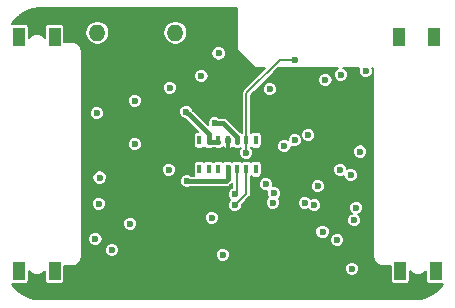
<source format=gbr>
G04 #@! TF.GenerationSoftware,KiCad,Pcbnew,(5.0.1-3-g963ef8bb5)*
G04 #@! TF.CreationDate,2019-05-06T12:15:07-04:00*
G04 #@! TF.ProjectId,OHAK_131,4F48414B5F3133312E6B696361645F70,rev?*
G04 #@! TF.SameCoordinates,Original*
G04 #@! TF.FileFunction,Copper,L4,Bot,Signal*
G04 #@! TF.FilePolarity,Positive*
%FSLAX46Y46*%
G04 Gerber Fmt 4.6, Leading zero omitted, Abs format (unit mm)*
G04 Created by KiCad (PCBNEW (5.0.1-3-g963ef8bb5)) date Monday, May 06, 2019 at 12:15:07 PM*
%MOMM*%
%LPD*%
G01*
G04 APERTURE LIST*
G04 #@! TA.AperFunction,SMDPad,CuDef*
%ADD10R,0.350000X0.800000*%
G04 #@! TD*
G04 #@! TA.AperFunction,SMDPad,CuDef*
%ADD11R,1.000000X1.600000*%
G04 #@! TD*
G04 #@! TA.AperFunction,ComponentPad*
%ADD12O,1.400000X1.400000*%
G04 #@! TD*
G04 #@! TA.AperFunction,ViaPad*
%ADD13C,0.600000*%
G04 #@! TD*
G04 #@! TA.AperFunction,Conductor*
%ADD14C,0.381000*%
G04 #@! TD*
G04 #@! TA.AperFunction,Conductor*
%ADD15C,0.200000*%
G04 #@! TD*
G04 APERTURE END LIST*
D10*
G04 #@! TO.P,U2,14*
G04 #@! TO.N,Net-(U2-Pad14)*
X142803880Y-97036860D03*
G04 #@! TO.P,U2,13*
G04 #@! TO.N,/MAX_INT*
X142003880Y-97036860D03*
G04 #@! TO.P,U2,12*
G04 #@! TO.N,GND*
X141203880Y-97036860D03*
G04 #@! TO.P,U2,11*
G04 #@! TO.N,+1V8*
X140403880Y-97036860D03*
G04 #@! TO.P,U2,10*
G04 #@! TO.N,VPP*
X139603880Y-97036860D03*
G04 #@! TO.P,U2,9*
X138803880Y-97036860D03*
G04 #@! TO.P,U2,8*
G04 #@! TO.N,Net-(U2-Pad8)*
X138003880Y-97036860D03*
G04 #@! TO.P,U2,7*
G04 #@! TO.N,Net-(U2-Pad7)*
X138003880Y-99486860D03*
G04 #@! TO.P,U2,6*
G04 #@! TO.N,Net-(U2-Pad6)*
X138803880Y-99486860D03*
G04 #@! TO.P,U2,5*
G04 #@! TO.N,Net-(U2-Pad5)*
X139603880Y-99486860D03*
G04 #@! TO.P,U2,4*
G04 #@! TO.N,GND*
X140403880Y-99486860D03*
G04 #@! TO.P,U2,3*
G04 #@! TO.N,/1V8_SDA*
X141203880Y-99486860D03*
G04 #@! TO.P,U2,2*
G04 #@! TO.N,/1V8_SCL*
X142003880Y-99486860D03*
G04 #@! TO.P,U2,1*
G04 #@! TO.N,Net-(U2-Pad1)*
X142803880Y-99486860D03*
G04 #@! TD*
D11*
G04 #@! TO.P,S4,1*
G04 #@! TO.N,GND*
X154892880Y-88287860D03*
G04 #@! TO.P,S4,2*
X157892880Y-88287860D03*
G04 #@! TD*
G04 #@! TO.P,S4,1*
G04 #@! TO.N,GND*
X155019880Y-108099860D03*
G04 #@! TO.P,S4,2*
X158019880Y-108099860D03*
G04 #@! TD*
G04 #@! TO.P,S4,1*
G04 #@! TO.N,GND*
X122761880Y-108099860D03*
G04 #@! TO.P,S4,2*
X125761880Y-108099860D03*
G04 #@! TD*
G04 #@! TO.P,S1,1*
G04 #@! TO.N,GND*
X122761880Y-88287860D03*
G04 #@! TO.P,S1,2*
X125761880Y-88287860D03*
G04 #@! TD*
D12*
G04 #@! TO.P,P2,10*
G04 #@! TO.N,GND*
X135984220Y-87945647D03*
G04 #@! TO.P,P2,11*
X129384220Y-87945647D03*
G04 #@! TD*
D13*
G04 #@! TO.N,GND*
X143962120Y-92710000D03*
X147245879Y-96616061D03*
X139324100Y-95603060D03*
X135415880Y-99543860D03*
X136965880Y-100518860D03*
X150940880Y-107918860D03*
G04 #@! TO.N,VDD*
X139639205Y-89692124D03*
X151640880Y-97993860D03*
X150840880Y-99993860D03*
X151290880Y-102743860D03*
X148040880Y-100943860D03*
X149690880Y-105487860D03*
X143640872Y-100768860D03*
X132165880Y-104118860D03*
X139065880Y-103593860D03*
G04 #@! TO.N,VPP*
X136915880Y-94618860D03*
X129565880Y-100193860D03*
X130615872Y-106343860D03*
G04 #@! TO.N,/MAX_INT*
X146143980Y-90228420D03*
X141990880Y-98093860D03*
G04 #@! TO.N,/BMI_INT2*
X149990880Y-91493860D03*
X149940880Y-99543860D03*
G04 #@! TO.N,/BMI_INT1*
X152090880Y-91193860D03*
X151115879Y-103818860D03*
G04 #@! TO.N,Net-(D3-Pad3)*
X135515880Y-92593860D03*
X129315880Y-94743860D03*
G04 #@! TO.N,Net-(R13-Pad1)*
X132540880Y-93693860D03*
X132540880Y-97368860D03*
G04 #@! TO.N,+1V8*
X143390880Y-102543860D03*
X142665880Y-100568860D03*
X138340880Y-98093860D03*
G04 #@! TO.N,/1V8_SCL*
X141015880Y-102543870D03*
G04 #@! TO.N,/3V3_SCL*
X144219234Y-102334559D03*
X146090880Y-97043858D03*
X146940880Y-102343860D03*
G04 #@! TO.N,/1V8_SDA*
X141015874Y-101618860D03*
G04 #@! TO.N,/3V3_SDA*
X144340880Y-101543860D03*
X145190876Y-97543860D03*
X147740880Y-102543860D03*
G04 #@! TO.N,Net-(C10-Pad2)*
X138190880Y-91593860D03*
X139990880Y-106743860D03*
G04 #@! TO.N,/EN*
X129215880Y-105393860D03*
X129490880Y-102404760D03*
G04 #@! TO.N,/PIN_25*
X148690880Y-91943860D03*
X148440880Y-104793860D03*
G04 #@! TD*
D14*
G04 #@! TO.N,GND*
X141203880Y-97186860D02*
X141203880Y-96787596D01*
X139748364Y-95603060D02*
X139324100Y-95603060D01*
X141203880Y-96787596D02*
X140019344Y-95603060D01*
X140019344Y-95603060D02*
X139748364Y-95603060D01*
X140415880Y-99348860D02*
X140403880Y-99336860D01*
X140403880Y-99336860D02*
X140403880Y-100355860D01*
X140240880Y-100518860D02*
X136965880Y-100518860D01*
X140403880Y-100355860D02*
X140240880Y-100518860D01*
G04 #@! TO.N,VPP*
X138803380Y-97050860D02*
X138803880Y-97186860D01*
X139603880Y-97186860D02*
X138803880Y-97186860D01*
X138803880Y-97186860D02*
X138803880Y-96506860D01*
X138803880Y-96506860D02*
X137215879Y-94918859D01*
X137215879Y-94918859D02*
X136915880Y-94618860D01*
D15*
G04 #@! TO.N,/MAX_INT*
X142003880Y-98080860D02*
X141990880Y-98093860D01*
X142003880Y-97186860D02*
X142003880Y-98080860D01*
X142003880Y-93055860D02*
X144831320Y-90228420D01*
X144831320Y-90228420D02*
X146143980Y-90228420D01*
X142003880Y-97186860D02*
X142003880Y-93055860D01*
G04 #@! TO.N,/1V8_SCL*
X141015880Y-102543870D02*
X142003880Y-101555870D01*
X142003880Y-101555870D02*
X142003880Y-99336860D01*
G04 #@! TO.N,/1V8_SDA*
X141203880Y-101430854D02*
X141015874Y-101618860D01*
X141203880Y-99336860D02*
X141203880Y-101430854D01*
G04 #@! TD*
G04 #@! TO.N,+1V8*
G36*
X141204884Y-89302915D02*
X141212492Y-89342128D01*
X141234169Y-89374571D01*
X142758169Y-90898571D01*
X142790612Y-90920248D01*
X142828880Y-90927860D01*
X143566195Y-90927860D01*
X141748897Y-92745159D01*
X141715497Y-92767476D01*
X141674157Y-92829347D01*
X141627089Y-92899789D01*
X141596044Y-93055860D01*
X141603881Y-93095258D01*
X141603880Y-96433610D01*
X141603880Y-96433611D01*
X141595168Y-96420572D01*
X141495934Y-96354267D01*
X141456349Y-96346393D01*
X140400338Y-95290383D01*
X140372974Y-95249430D01*
X140210727Y-95141020D01*
X140067651Y-95112560D01*
X140067646Y-95112560D01*
X140019344Y-95102952D01*
X139971042Y-95112560D01*
X139682129Y-95112560D01*
X139663973Y-95094404D01*
X139443447Y-95003060D01*
X139204753Y-95003060D01*
X138984227Y-95094404D01*
X138815444Y-95263187D01*
X138724100Y-95483713D01*
X138724100Y-95722407D01*
X138731879Y-95741187D01*
X137528556Y-94537865D01*
X137515880Y-94525189D01*
X137515880Y-94499513D01*
X137424536Y-94278987D01*
X137255753Y-94110204D01*
X137035227Y-94018860D01*
X136796533Y-94018860D01*
X136576007Y-94110204D01*
X136407224Y-94278987D01*
X136315880Y-94499513D01*
X136315880Y-94738207D01*
X136407224Y-94958733D01*
X136576007Y-95127516D01*
X136796533Y-95218860D01*
X136822209Y-95218860D01*
X136834885Y-95231536D01*
X137934331Y-96330983D01*
X137828880Y-96330983D01*
X137711826Y-96354267D01*
X137612592Y-96420572D01*
X137546287Y-96519806D01*
X137523003Y-96636860D01*
X137523003Y-97436860D01*
X137546287Y-97553914D01*
X137612592Y-97653148D01*
X137711826Y-97719453D01*
X137828880Y-97742737D01*
X138178880Y-97742737D01*
X138295934Y-97719453D01*
X138395168Y-97653148D01*
X138403880Y-97640109D01*
X138412592Y-97653148D01*
X138511826Y-97719453D01*
X138628880Y-97742737D01*
X138978880Y-97742737D01*
X139095934Y-97719453D01*
X139158932Y-97677360D01*
X139248828Y-97677360D01*
X139311826Y-97719453D01*
X139428880Y-97742737D01*
X139778880Y-97742737D01*
X139895934Y-97719453D01*
X139995168Y-97653148D01*
X140005476Y-97637721D01*
X140058944Y-97691188D01*
X140169207Y-97736860D01*
X140241380Y-97736860D01*
X140316380Y-97661860D01*
X140316380Y-97190860D01*
X140229880Y-97190860D01*
X140229880Y-96882860D01*
X140316380Y-96882860D01*
X140316380Y-96862860D01*
X140491380Y-96862860D01*
X140491380Y-96882860D01*
X140577880Y-96882860D01*
X140577880Y-97190860D01*
X140491380Y-97190860D01*
X140491380Y-97661860D01*
X140566380Y-97736860D01*
X140638553Y-97736860D01*
X140748816Y-97691188D01*
X140802284Y-97637721D01*
X140812592Y-97653148D01*
X140911826Y-97719453D01*
X141028880Y-97742737D01*
X141378880Y-97742737D01*
X141495934Y-97719453D01*
X141558689Y-97677522D01*
X141482224Y-97753987D01*
X141390880Y-97974513D01*
X141390880Y-98213207D01*
X141482224Y-98433733D01*
X141651007Y-98602516D01*
X141871533Y-98693860D01*
X142110227Y-98693860D01*
X142330753Y-98602516D01*
X142499536Y-98433733D01*
X142590880Y-98213207D01*
X142590880Y-97974513D01*
X142499536Y-97753987D01*
X142403880Y-97658331D01*
X142403880Y-97640109D01*
X142412592Y-97653148D01*
X142511826Y-97719453D01*
X142628880Y-97742737D01*
X142978880Y-97742737D01*
X143095934Y-97719453D01*
X143195168Y-97653148D01*
X143261473Y-97553914D01*
X143284757Y-97436860D01*
X143284757Y-97424513D01*
X144590876Y-97424513D01*
X144590876Y-97663207D01*
X144682220Y-97883733D01*
X144851003Y-98052516D01*
X145071529Y-98143860D01*
X145310223Y-98143860D01*
X145530749Y-98052516D01*
X145699532Y-97883733D01*
X145703351Y-97874513D01*
X151040880Y-97874513D01*
X151040880Y-98113207D01*
X151132224Y-98333733D01*
X151301007Y-98502516D01*
X151521533Y-98593860D01*
X151760227Y-98593860D01*
X151980753Y-98502516D01*
X152149536Y-98333733D01*
X152240880Y-98113207D01*
X152240880Y-97874513D01*
X152149536Y-97653987D01*
X151980753Y-97485204D01*
X151760227Y-97393860D01*
X151521533Y-97393860D01*
X151301007Y-97485204D01*
X151132224Y-97653987D01*
X151040880Y-97874513D01*
X145703351Y-97874513D01*
X145790876Y-97663207D01*
X145790876Y-97569028D01*
X145971533Y-97643858D01*
X146210227Y-97643858D01*
X146430753Y-97552514D01*
X146599536Y-97383731D01*
X146690880Y-97163205D01*
X146690880Y-96924511D01*
X146599536Y-96703985D01*
X146430753Y-96535202D01*
X146337834Y-96496714D01*
X146645879Y-96496714D01*
X146645879Y-96735408D01*
X146737223Y-96955934D01*
X146906006Y-97124717D01*
X147126532Y-97216061D01*
X147365226Y-97216061D01*
X147585752Y-97124717D01*
X147754535Y-96955934D01*
X147845879Y-96735408D01*
X147845879Y-96496714D01*
X147754535Y-96276188D01*
X147585752Y-96107405D01*
X147365226Y-96016061D01*
X147126532Y-96016061D01*
X146906006Y-96107405D01*
X146737223Y-96276188D01*
X146645879Y-96496714D01*
X146337834Y-96496714D01*
X146210227Y-96443858D01*
X145971533Y-96443858D01*
X145751007Y-96535202D01*
X145582224Y-96703985D01*
X145490880Y-96924511D01*
X145490880Y-97018690D01*
X145310223Y-96943860D01*
X145071529Y-96943860D01*
X144851003Y-97035204D01*
X144682220Y-97203987D01*
X144590876Y-97424513D01*
X143284757Y-97424513D01*
X143284757Y-96636860D01*
X143261473Y-96519806D01*
X143195168Y-96420572D01*
X143095934Y-96354267D01*
X142978880Y-96330983D01*
X142628880Y-96330983D01*
X142511826Y-96354267D01*
X142412592Y-96420572D01*
X142403880Y-96433611D01*
X142403880Y-93221544D01*
X143034771Y-92590653D01*
X143362120Y-92590653D01*
X143362120Y-92829347D01*
X143453464Y-93049873D01*
X143622247Y-93218656D01*
X143842773Y-93310000D01*
X144081467Y-93310000D01*
X144301993Y-93218656D01*
X144470776Y-93049873D01*
X144562120Y-92829347D01*
X144562120Y-92590653D01*
X144470776Y-92370127D01*
X144301993Y-92201344D01*
X144081467Y-92110000D01*
X143842773Y-92110000D01*
X143622247Y-92201344D01*
X143453464Y-92370127D01*
X143362120Y-92590653D01*
X143034771Y-92590653D01*
X143800911Y-91824513D01*
X148090880Y-91824513D01*
X148090880Y-92063207D01*
X148182224Y-92283733D01*
X148351007Y-92452516D01*
X148571533Y-92543860D01*
X148810227Y-92543860D01*
X149030753Y-92452516D01*
X149199536Y-92283733D01*
X149290880Y-92063207D01*
X149290880Y-91824513D01*
X149199536Y-91603987D01*
X149030753Y-91435204D01*
X148810227Y-91343860D01*
X148571533Y-91343860D01*
X148351007Y-91435204D01*
X148182224Y-91603987D01*
X148090880Y-91824513D01*
X143800911Y-91824513D01*
X144697565Y-90927860D01*
X149789449Y-90927860D01*
X149651007Y-90985204D01*
X149482224Y-91153987D01*
X149390880Y-91374513D01*
X149390880Y-91613207D01*
X149482224Y-91833733D01*
X149651007Y-92002516D01*
X149871533Y-92093860D01*
X150110227Y-92093860D01*
X150330753Y-92002516D01*
X150499536Y-91833733D01*
X150590880Y-91613207D01*
X150590880Y-91374513D01*
X150499536Y-91153987D01*
X150330753Y-90985204D01*
X150192311Y-90927860D01*
X151551625Y-90927860D01*
X151490880Y-91074513D01*
X151490880Y-91313207D01*
X151582224Y-91533733D01*
X151751007Y-91702516D01*
X151971533Y-91793860D01*
X152210227Y-91793860D01*
X152430753Y-91702516D01*
X152599536Y-91533733D01*
X152690880Y-91313207D01*
X152690880Y-91074513D01*
X152630135Y-90927860D01*
X152726040Y-90927860D01*
X152726041Y-106874411D01*
X152733245Y-106910628D01*
X152733245Y-106910639D01*
X152771915Y-107105042D01*
X152771915Y-107105043D01*
X152827908Y-107240222D01*
X152938029Y-107405030D01*
X152973021Y-107440021D01*
X153041491Y-107508491D01*
X153206298Y-107618612D01*
X153244677Y-107634509D01*
X153341478Y-107674606D01*
X153535882Y-107713275D01*
X153682199Y-107713275D01*
X153683201Y-107712860D01*
X154214003Y-107712860D01*
X154214003Y-108899860D01*
X154237287Y-109016914D01*
X154303592Y-109116148D01*
X154402826Y-109182453D01*
X154519880Y-109205737D01*
X155519880Y-109205737D01*
X155636934Y-109182453D01*
X155736168Y-109116148D01*
X155802473Y-109016914D01*
X155825757Y-108899860D01*
X155825757Y-108128027D01*
X155990245Y-108292515D01*
X156333897Y-108434860D01*
X156705863Y-108434860D01*
X157049515Y-108292515D01*
X157214003Y-108128027D01*
X157214003Y-108899860D01*
X157237287Y-109016914D01*
X157303592Y-109116148D01*
X157402826Y-109182453D01*
X157519880Y-109205737D01*
X158519880Y-109205737D01*
X158628665Y-109184098D01*
X158458379Y-109456613D01*
X158018897Y-109899174D01*
X157492287Y-110233370D01*
X156904724Y-110442592D01*
X156265121Y-110518860D01*
X124536846Y-110518860D01*
X123896065Y-110446985D01*
X123307055Y-110241870D01*
X122778127Y-109911359D01*
X122335566Y-109471877D01*
X122152914Y-109184062D01*
X122261880Y-109205737D01*
X123261880Y-109205737D01*
X123378934Y-109182453D01*
X123478168Y-109116148D01*
X123544473Y-109016914D01*
X123567757Y-108899860D01*
X123567757Y-108128027D01*
X123732245Y-108292515D01*
X124075897Y-108434860D01*
X124447863Y-108434860D01*
X124791515Y-108292515D01*
X124956003Y-108128027D01*
X124956003Y-108899860D01*
X124979287Y-109016914D01*
X125045592Y-109116148D01*
X125144826Y-109182453D01*
X125261880Y-109205737D01*
X126261880Y-109205737D01*
X126378934Y-109182453D01*
X126478168Y-109116148D01*
X126544473Y-109016914D01*
X126567757Y-108899860D01*
X126567757Y-107799513D01*
X150340880Y-107799513D01*
X150340880Y-108038207D01*
X150432224Y-108258733D01*
X150601007Y-108427516D01*
X150821533Y-108518860D01*
X151060227Y-108518860D01*
X151280753Y-108427516D01*
X151449536Y-108258733D01*
X151540880Y-108038207D01*
X151540880Y-107799513D01*
X151449536Y-107578987D01*
X151280753Y-107410204D01*
X151060227Y-107318860D01*
X150821533Y-107318860D01*
X150601007Y-107410204D01*
X150432224Y-107578987D01*
X150340880Y-107799513D01*
X126567757Y-107799513D01*
X126567757Y-107720480D01*
X127229971Y-107720480D01*
X127266193Y-107713275D01*
X127266199Y-107713275D01*
X127460602Y-107674605D01*
X127460603Y-107674605D01*
X127595782Y-107618612D01*
X127760590Y-107508491D01*
X127829059Y-107440021D01*
X127864051Y-107405029D01*
X127974172Y-107240222D01*
X127997365Y-107184228D01*
X128030166Y-107105042D01*
X128068835Y-106910638D01*
X128068835Y-106910633D01*
X128076040Y-106874411D01*
X128076040Y-106224513D01*
X130015872Y-106224513D01*
X130015872Y-106463207D01*
X130107216Y-106683733D01*
X130275999Y-106852516D01*
X130496525Y-106943860D01*
X130735219Y-106943860D01*
X130955745Y-106852516D01*
X131124528Y-106683733D01*
X131149057Y-106624513D01*
X139390880Y-106624513D01*
X139390880Y-106863207D01*
X139482224Y-107083733D01*
X139651007Y-107252516D01*
X139871533Y-107343860D01*
X140110227Y-107343860D01*
X140330753Y-107252516D01*
X140499536Y-107083733D01*
X140590880Y-106863207D01*
X140590880Y-106624513D01*
X140499536Y-106403987D01*
X140330753Y-106235204D01*
X140110227Y-106143860D01*
X139871533Y-106143860D01*
X139651007Y-106235204D01*
X139482224Y-106403987D01*
X139390880Y-106624513D01*
X131149057Y-106624513D01*
X131215872Y-106463207D01*
X131215872Y-106224513D01*
X131124528Y-106003987D01*
X130955745Y-105835204D01*
X130735219Y-105743860D01*
X130496525Y-105743860D01*
X130275999Y-105835204D01*
X130107216Y-106003987D01*
X130015872Y-106224513D01*
X128076040Y-106224513D01*
X128076040Y-105274513D01*
X128615880Y-105274513D01*
X128615880Y-105513207D01*
X128707224Y-105733733D01*
X128876007Y-105902516D01*
X129096533Y-105993860D01*
X129335227Y-105993860D01*
X129555753Y-105902516D01*
X129724536Y-105733733D01*
X129815880Y-105513207D01*
X129815880Y-105274513D01*
X129724536Y-105053987D01*
X129555753Y-104885204D01*
X129335227Y-104793860D01*
X129096533Y-104793860D01*
X128876007Y-104885204D01*
X128707224Y-105053987D01*
X128615880Y-105274513D01*
X128076040Y-105274513D01*
X128076040Y-103999513D01*
X131565880Y-103999513D01*
X131565880Y-104238207D01*
X131657224Y-104458733D01*
X131826007Y-104627516D01*
X132046533Y-104718860D01*
X132285227Y-104718860D01*
X132392291Y-104674513D01*
X147840880Y-104674513D01*
X147840880Y-104913207D01*
X147932224Y-105133733D01*
X148101007Y-105302516D01*
X148321533Y-105393860D01*
X148560227Y-105393860D01*
X148621420Y-105368513D01*
X149090880Y-105368513D01*
X149090880Y-105607207D01*
X149182224Y-105827733D01*
X149351007Y-105996516D01*
X149571533Y-106087860D01*
X149810227Y-106087860D01*
X150030753Y-105996516D01*
X150199536Y-105827733D01*
X150290880Y-105607207D01*
X150290880Y-105368513D01*
X150199536Y-105147987D01*
X150030753Y-104979204D01*
X149810227Y-104887860D01*
X149571533Y-104887860D01*
X149351007Y-104979204D01*
X149182224Y-105147987D01*
X149090880Y-105368513D01*
X148621420Y-105368513D01*
X148780753Y-105302516D01*
X148949536Y-105133733D01*
X149040880Y-104913207D01*
X149040880Y-104674513D01*
X148949536Y-104453987D01*
X148780753Y-104285204D01*
X148560227Y-104193860D01*
X148321533Y-104193860D01*
X148101007Y-104285204D01*
X147932224Y-104453987D01*
X147840880Y-104674513D01*
X132392291Y-104674513D01*
X132505753Y-104627516D01*
X132674536Y-104458733D01*
X132765880Y-104238207D01*
X132765880Y-103999513D01*
X132674536Y-103778987D01*
X132505753Y-103610204D01*
X132285227Y-103518860D01*
X132046533Y-103518860D01*
X131826007Y-103610204D01*
X131657224Y-103778987D01*
X131565880Y-103999513D01*
X128076040Y-103999513D01*
X128076040Y-103474513D01*
X138465880Y-103474513D01*
X138465880Y-103713207D01*
X138557224Y-103933733D01*
X138726007Y-104102516D01*
X138946533Y-104193860D01*
X139185227Y-104193860D01*
X139405753Y-104102516D01*
X139574536Y-103933733D01*
X139665880Y-103713207D01*
X139665880Y-103699513D01*
X150515879Y-103699513D01*
X150515879Y-103938207D01*
X150607223Y-104158733D01*
X150776006Y-104327516D01*
X150996532Y-104418860D01*
X151235226Y-104418860D01*
X151455752Y-104327516D01*
X151624535Y-104158733D01*
X151715879Y-103938207D01*
X151715879Y-103699513D01*
X151624535Y-103478987D01*
X151466217Y-103320669D01*
X151630753Y-103252516D01*
X151799536Y-103083733D01*
X151890880Y-102863207D01*
X151890880Y-102624513D01*
X151799536Y-102403987D01*
X151630753Y-102235204D01*
X151410227Y-102143860D01*
X151171533Y-102143860D01*
X150951007Y-102235204D01*
X150782224Y-102403987D01*
X150690880Y-102624513D01*
X150690880Y-102863207D01*
X150782224Y-103083733D01*
X150940542Y-103242051D01*
X150776006Y-103310204D01*
X150607223Y-103478987D01*
X150515879Y-103699513D01*
X139665880Y-103699513D01*
X139665880Y-103474513D01*
X139574536Y-103253987D01*
X139405753Y-103085204D01*
X139185227Y-102993860D01*
X138946533Y-102993860D01*
X138726007Y-103085204D01*
X138557224Y-103253987D01*
X138465880Y-103474513D01*
X128076040Y-103474513D01*
X128076040Y-102285413D01*
X128890880Y-102285413D01*
X128890880Y-102524107D01*
X128982224Y-102744633D01*
X129151007Y-102913416D01*
X129371533Y-103004760D01*
X129610227Y-103004760D01*
X129830753Y-102913416D01*
X129999536Y-102744633D01*
X130090880Y-102524107D01*
X130090880Y-102285413D01*
X129999536Y-102064887D01*
X129830753Y-101896104D01*
X129610227Y-101804760D01*
X129371533Y-101804760D01*
X129151007Y-101896104D01*
X128982224Y-102064887D01*
X128890880Y-102285413D01*
X128076040Y-102285413D01*
X128076040Y-100074513D01*
X128965880Y-100074513D01*
X128965880Y-100313207D01*
X129057224Y-100533733D01*
X129226007Y-100702516D01*
X129446533Y-100793860D01*
X129685227Y-100793860D01*
X129905753Y-100702516D01*
X130074536Y-100533733D01*
X130130131Y-100399513D01*
X136365880Y-100399513D01*
X136365880Y-100638207D01*
X136457224Y-100858733D01*
X136626007Y-101027516D01*
X136846533Y-101118860D01*
X137085227Y-101118860D01*
X137305753Y-101027516D01*
X137323909Y-101009360D01*
X140192578Y-101009360D01*
X140240880Y-101018968D01*
X140289182Y-101009360D01*
X140289187Y-101009360D01*
X140432263Y-100980900D01*
X140594510Y-100872490D01*
X140621874Y-100831537D01*
X140716557Y-100736854D01*
X140757510Y-100709490D01*
X140803881Y-100640091D01*
X140803881Y-101057235D01*
X140676001Y-101110204D01*
X140507218Y-101278987D01*
X140415874Y-101499513D01*
X140415874Y-101738207D01*
X140507218Y-101958733D01*
X140629853Y-102081368D01*
X140507224Y-102203997D01*
X140415880Y-102424523D01*
X140415880Y-102663217D01*
X140507224Y-102883743D01*
X140676007Y-103052526D01*
X140896533Y-103143870D01*
X141135227Y-103143870D01*
X141355753Y-103052526D01*
X141524536Y-102883743D01*
X141615880Y-102663217D01*
X141615880Y-102509554D01*
X142258865Y-101866570D01*
X142292264Y-101844254D01*
X142380671Y-101711942D01*
X142403880Y-101595264D01*
X142403880Y-101595263D01*
X142411716Y-101555870D01*
X142403880Y-101516476D01*
X142403880Y-100649513D01*
X143040872Y-100649513D01*
X143040872Y-100888207D01*
X143132216Y-101108733D01*
X143300999Y-101277516D01*
X143521525Y-101368860D01*
X143760219Y-101368860D01*
X143764701Y-101367004D01*
X143740880Y-101424513D01*
X143740880Y-101663207D01*
X143829092Y-101876172D01*
X143710578Y-101994686D01*
X143619234Y-102215212D01*
X143619234Y-102453906D01*
X143710578Y-102674432D01*
X143879361Y-102843215D01*
X144099887Y-102934559D01*
X144338581Y-102934559D01*
X144559107Y-102843215D01*
X144727890Y-102674432D01*
X144819234Y-102453906D01*
X144819234Y-102224513D01*
X146340880Y-102224513D01*
X146340880Y-102463207D01*
X146432224Y-102683733D01*
X146601007Y-102852516D01*
X146821533Y-102943860D01*
X147060227Y-102943860D01*
X147228294Y-102874245D01*
X147232224Y-102883733D01*
X147401007Y-103052516D01*
X147621533Y-103143860D01*
X147860227Y-103143860D01*
X148080753Y-103052516D01*
X148249536Y-102883733D01*
X148340880Y-102663207D01*
X148340880Y-102424513D01*
X148249536Y-102203987D01*
X148080753Y-102035204D01*
X147860227Y-101943860D01*
X147621533Y-101943860D01*
X147453466Y-102013475D01*
X147449536Y-102003987D01*
X147280753Y-101835204D01*
X147060227Y-101743860D01*
X146821533Y-101743860D01*
X146601007Y-101835204D01*
X146432224Y-102003987D01*
X146340880Y-102224513D01*
X144819234Y-102224513D01*
X144819234Y-102215212D01*
X144731022Y-102002247D01*
X144849536Y-101883733D01*
X144940880Y-101663207D01*
X144940880Y-101424513D01*
X144849536Y-101203987D01*
X144680753Y-101035204D01*
X144460227Y-100943860D01*
X144221533Y-100943860D01*
X144217051Y-100945716D01*
X144240872Y-100888207D01*
X144240872Y-100824513D01*
X147440880Y-100824513D01*
X147440880Y-101063207D01*
X147532224Y-101283733D01*
X147701007Y-101452516D01*
X147921533Y-101543860D01*
X148160227Y-101543860D01*
X148380753Y-101452516D01*
X148549536Y-101283733D01*
X148640880Y-101063207D01*
X148640880Y-100824513D01*
X148549536Y-100603987D01*
X148380753Y-100435204D01*
X148160227Y-100343860D01*
X147921533Y-100343860D01*
X147701007Y-100435204D01*
X147532224Y-100603987D01*
X147440880Y-100824513D01*
X144240872Y-100824513D01*
X144240872Y-100649513D01*
X144149528Y-100428987D01*
X143980745Y-100260204D01*
X143760219Y-100168860D01*
X143521525Y-100168860D01*
X143300999Y-100260204D01*
X143132216Y-100428987D01*
X143040872Y-100649513D01*
X142403880Y-100649513D01*
X142403880Y-100090109D01*
X142412592Y-100103148D01*
X142511826Y-100169453D01*
X142628880Y-100192737D01*
X142978880Y-100192737D01*
X143095934Y-100169453D01*
X143195168Y-100103148D01*
X143261473Y-100003914D01*
X143284757Y-99886860D01*
X143284757Y-99424513D01*
X149340880Y-99424513D01*
X149340880Y-99663207D01*
X149432224Y-99883733D01*
X149601007Y-100052516D01*
X149821533Y-100143860D01*
X150060227Y-100143860D01*
X150240880Y-100069032D01*
X150240880Y-100113207D01*
X150332224Y-100333733D01*
X150501007Y-100502516D01*
X150721533Y-100593860D01*
X150960227Y-100593860D01*
X151180753Y-100502516D01*
X151349536Y-100333733D01*
X151440880Y-100113207D01*
X151440880Y-99874513D01*
X151349536Y-99653987D01*
X151180753Y-99485204D01*
X150960227Y-99393860D01*
X150721533Y-99393860D01*
X150540880Y-99468688D01*
X150540880Y-99424513D01*
X150449536Y-99203987D01*
X150280753Y-99035204D01*
X150060227Y-98943860D01*
X149821533Y-98943860D01*
X149601007Y-99035204D01*
X149432224Y-99203987D01*
X149340880Y-99424513D01*
X143284757Y-99424513D01*
X143284757Y-99086860D01*
X143261473Y-98969806D01*
X143195168Y-98870572D01*
X143095934Y-98804267D01*
X142978880Y-98780983D01*
X142628880Y-98780983D01*
X142511826Y-98804267D01*
X142412592Y-98870572D01*
X142403880Y-98883611D01*
X142395168Y-98870572D01*
X142295934Y-98804267D01*
X142178880Y-98780983D01*
X141828880Y-98780983D01*
X141711826Y-98804267D01*
X141612592Y-98870572D01*
X141603880Y-98883611D01*
X141595168Y-98870572D01*
X141495934Y-98804267D01*
X141378880Y-98780983D01*
X141028880Y-98780983D01*
X140911826Y-98804267D01*
X140812592Y-98870572D01*
X140803880Y-98883611D01*
X140795168Y-98870572D01*
X140695934Y-98804267D01*
X140578880Y-98780983D01*
X140228880Y-98780983D01*
X140111826Y-98804267D01*
X140012592Y-98870572D01*
X140003880Y-98883611D01*
X139995168Y-98870572D01*
X139895934Y-98804267D01*
X139778880Y-98780983D01*
X139428880Y-98780983D01*
X139311826Y-98804267D01*
X139212592Y-98870572D01*
X139203880Y-98883611D01*
X139195168Y-98870572D01*
X139095934Y-98804267D01*
X138978880Y-98780983D01*
X138628880Y-98780983D01*
X138511826Y-98804267D01*
X138412592Y-98870572D01*
X138403880Y-98883611D01*
X138395168Y-98870572D01*
X138295934Y-98804267D01*
X138178880Y-98780983D01*
X137828880Y-98780983D01*
X137711826Y-98804267D01*
X137612592Y-98870572D01*
X137546287Y-98969806D01*
X137523003Y-99086860D01*
X137523003Y-99886860D01*
X137546287Y-100003914D01*
X137562621Y-100028360D01*
X137323909Y-100028360D01*
X137305753Y-100010204D01*
X137085227Y-99918860D01*
X136846533Y-99918860D01*
X136626007Y-100010204D01*
X136457224Y-100178987D01*
X136365880Y-100399513D01*
X130130131Y-100399513D01*
X130165880Y-100313207D01*
X130165880Y-100074513D01*
X130074536Y-99853987D01*
X129905753Y-99685204D01*
X129685227Y-99593860D01*
X129446533Y-99593860D01*
X129226007Y-99685204D01*
X129057224Y-99853987D01*
X128965880Y-100074513D01*
X128076040Y-100074513D01*
X128076040Y-99424513D01*
X134815880Y-99424513D01*
X134815880Y-99663207D01*
X134907224Y-99883733D01*
X135076007Y-100052516D01*
X135296533Y-100143860D01*
X135535227Y-100143860D01*
X135755753Y-100052516D01*
X135924536Y-99883733D01*
X136015880Y-99663207D01*
X136015880Y-99424513D01*
X135924536Y-99203987D01*
X135755753Y-99035204D01*
X135535227Y-98943860D01*
X135296533Y-98943860D01*
X135076007Y-99035204D01*
X134907224Y-99203987D01*
X134815880Y-99424513D01*
X128076040Y-99424513D01*
X128076040Y-97249513D01*
X131940880Y-97249513D01*
X131940880Y-97488207D01*
X132032224Y-97708733D01*
X132201007Y-97877516D01*
X132421533Y-97968860D01*
X132660227Y-97968860D01*
X132880753Y-97877516D01*
X133049536Y-97708733D01*
X133140880Y-97488207D01*
X133140880Y-97249513D01*
X133049536Y-97028987D01*
X132880753Y-96860204D01*
X132660227Y-96768860D01*
X132421533Y-96768860D01*
X132201007Y-96860204D01*
X132032224Y-97028987D01*
X131940880Y-97249513D01*
X128076040Y-97249513D01*
X128076040Y-94624513D01*
X128715880Y-94624513D01*
X128715880Y-94863207D01*
X128807224Y-95083733D01*
X128976007Y-95252516D01*
X129196533Y-95343860D01*
X129435227Y-95343860D01*
X129655753Y-95252516D01*
X129824536Y-95083733D01*
X129915880Y-94863207D01*
X129915880Y-94624513D01*
X129824536Y-94403987D01*
X129655753Y-94235204D01*
X129435227Y-94143860D01*
X129196533Y-94143860D01*
X128976007Y-94235204D01*
X128807224Y-94403987D01*
X128715880Y-94624513D01*
X128076040Y-94624513D01*
X128076040Y-93574513D01*
X131940880Y-93574513D01*
X131940880Y-93813207D01*
X132032224Y-94033733D01*
X132201007Y-94202516D01*
X132421533Y-94293860D01*
X132660227Y-94293860D01*
X132880753Y-94202516D01*
X133049536Y-94033733D01*
X133140880Y-93813207D01*
X133140880Y-93574513D01*
X133049536Y-93353987D01*
X132880753Y-93185204D01*
X132660227Y-93093860D01*
X132421533Y-93093860D01*
X132201007Y-93185204D01*
X132032224Y-93353987D01*
X131940880Y-93574513D01*
X128076040Y-93574513D01*
X128076040Y-92474513D01*
X134915880Y-92474513D01*
X134915880Y-92713207D01*
X135007224Y-92933733D01*
X135176007Y-93102516D01*
X135396533Y-93193860D01*
X135635227Y-93193860D01*
X135855753Y-93102516D01*
X136024536Y-92933733D01*
X136115880Y-92713207D01*
X136115880Y-92474513D01*
X136024536Y-92253987D01*
X135855753Y-92085204D01*
X135635227Y-91993860D01*
X135396533Y-91993860D01*
X135176007Y-92085204D01*
X135007224Y-92253987D01*
X134915880Y-92474513D01*
X128076040Y-92474513D01*
X128076040Y-91474513D01*
X137590880Y-91474513D01*
X137590880Y-91713207D01*
X137682224Y-91933733D01*
X137851007Y-92102516D01*
X138071533Y-92193860D01*
X138310227Y-92193860D01*
X138530753Y-92102516D01*
X138699536Y-91933733D01*
X138790880Y-91713207D01*
X138790880Y-91474513D01*
X138699536Y-91253987D01*
X138530753Y-91085204D01*
X138310227Y-90993860D01*
X138071533Y-90993860D01*
X137851007Y-91085204D01*
X137682224Y-91253987D01*
X137590880Y-91474513D01*
X128076040Y-91474513D01*
X128076040Y-89572777D01*
X139039205Y-89572777D01*
X139039205Y-89811471D01*
X139130549Y-90031997D01*
X139299332Y-90200780D01*
X139519858Y-90292124D01*
X139758552Y-90292124D01*
X139979078Y-90200780D01*
X140147861Y-90031997D01*
X140239205Y-89811471D01*
X140239205Y-89572777D01*
X140147861Y-89352251D01*
X139979078Y-89183468D01*
X139758552Y-89092124D01*
X139519858Y-89092124D01*
X139299332Y-89183468D01*
X139130549Y-89352251D01*
X139039205Y-89572777D01*
X128076040Y-89572777D01*
X128076040Y-89528549D01*
X128068835Y-89492327D01*
X128068835Y-89492322D01*
X128030166Y-89297918D01*
X127991179Y-89203797D01*
X127974172Y-89162738D01*
X127864051Y-88997931D01*
X127799218Y-88933098D01*
X127760590Y-88894469D01*
X127595782Y-88784348D01*
X127460603Y-88728355D01*
X127460602Y-88728355D01*
X127266199Y-88689685D01*
X127266193Y-88689685D01*
X127229971Y-88682480D01*
X126567757Y-88682480D01*
X126567757Y-87945647D01*
X128364629Y-87945647D01*
X128442241Y-88335828D01*
X128663260Y-88666607D01*
X128994039Y-88887626D01*
X129285730Y-88945647D01*
X129482710Y-88945647D01*
X129774401Y-88887626D01*
X130105180Y-88666607D01*
X130326199Y-88335828D01*
X130403811Y-87945647D01*
X134964629Y-87945647D01*
X135042241Y-88335828D01*
X135263260Y-88666607D01*
X135594039Y-88887626D01*
X135885730Y-88945647D01*
X136082710Y-88945647D01*
X136374401Y-88887626D01*
X136705180Y-88666607D01*
X136926199Y-88335828D01*
X137003811Y-87945647D01*
X136926199Y-87555466D01*
X136705180Y-87224687D01*
X136374401Y-87003668D01*
X136082710Y-86945647D01*
X135885730Y-86945647D01*
X135594039Y-87003668D01*
X135263260Y-87224687D01*
X135042241Y-87555466D01*
X134964629Y-87945647D01*
X130403811Y-87945647D01*
X130326199Y-87555466D01*
X130105180Y-87224687D01*
X129774401Y-87003668D01*
X129482710Y-86945647D01*
X129285730Y-86945647D01*
X128994039Y-87003668D01*
X128663260Y-87224687D01*
X128442241Y-87555466D01*
X128364629Y-87945647D01*
X126567757Y-87945647D01*
X126567757Y-87487860D01*
X126544473Y-87370806D01*
X126478168Y-87271572D01*
X126378934Y-87205267D01*
X126261880Y-87181983D01*
X125261880Y-87181983D01*
X125144826Y-87205267D01*
X125045592Y-87271572D01*
X124979287Y-87370806D01*
X124956003Y-87487860D01*
X124956003Y-88386693D01*
X124791515Y-88222205D01*
X124447863Y-88079860D01*
X124075897Y-88079860D01*
X123732245Y-88222205D01*
X123567757Y-88386693D01*
X123567757Y-87487860D01*
X123544473Y-87370806D01*
X123478168Y-87271572D01*
X123378934Y-87205267D01*
X123261880Y-87181983D01*
X122261880Y-87181983D01*
X122153095Y-87203622D01*
X122323381Y-86931107D01*
X122762863Y-86488546D01*
X123289471Y-86154351D01*
X123877036Y-85945128D01*
X124516638Y-85868860D01*
X141237332Y-85868860D01*
X141204884Y-89302915D01*
X141204884Y-89302915D01*
G37*
X141204884Y-89302915D02*
X141212492Y-89342128D01*
X141234169Y-89374571D01*
X142758169Y-90898571D01*
X142790612Y-90920248D01*
X142828880Y-90927860D01*
X143566195Y-90927860D01*
X141748897Y-92745159D01*
X141715497Y-92767476D01*
X141674157Y-92829347D01*
X141627089Y-92899789D01*
X141596044Y-93055860D01*
X141603881Y-93095258D01*
X141603880Y-96433610D01*
X141603880Y-96433611D01*
X141595168Y-96420572D01*
X141495934Y-96354267D01*
X141456349Y-96346393D01*
X140400338Y-95290383D01*
X140372974Y-95249430D01*
X140210727Y-95141020D01*
X140067651Y-95112560D01*
X140067646Y-95112560D01*
X140019344Y-95102952D01*
X139971042Y-95112560D01*
X139682129Y-95112560D01*
X139663973Y-95094404D01*
X139443447Y-95003060D01*
X139204753Y-95003060D01*
X138984227Y-95094404D01*
X138815444Y-95263187D01*
X138724100Y-95483713D01*
X138724100Y-95722407D01*
X138731879Y-95741187D01*
X137528556Y-94537865D01*
X137515880Y-94525189D01*
X137515880Y-94499513D01*
X137424536Y-94278987D01*
X137255753Y-94110204D01*
X137035227Y-94018860D01*
X136796533Y-94018860D01*
X136576007Y-94110204D01*
X136407224Y-94278987D01*
X136315880Y-94499513D01*
X136315880Y-94738207D01*
X136407224Y-94958733D01*
X136576007Y-95127516D01*
X136796533Y-95218860D01*
X136822209Y-95218860D01*
X136834885Y-95231536D01*
X137934331Y-96330983D01*
X137828880Y-96330983D01*
X137711826Y-96354267D01*
X137612592Y-96420572D01*
X137546287Y-96519806D01*
X137523003Y-96636860D01*
X137523003Y-97436860D01*
X137546287Y-97553914D01*
X137612592Y-97653148D01*
X137711826Y-97719453D01*
X137828880Y-97742737D01*
X138178880Y-97742737D01*
X138295934Y-97719453D01*
X138395168Y-97653148D01*
X138403880Y-97640109D01*
X138412592Y-97653148D01*
X138511826Y-97719453D01*
X138628880Y-97742737D01*
X138978880Y-97742737D01*
X139095934Y-97719453D01*
X139158932Y-97677360D01*
X139248828Y-97677360D01*
X139311826Y-97719453D01*
X139428880Y-97742737D01*
X139778880Y-97742737D01*
X139895934Y-97719453D01*
X139995168Y-97653148D01*
X140005476Y-97637721D01*
X140058944Y-97691188D01*
X140169207Y-97736860D01*
X140241380Y-97736860D01*
X140316380Y-97661860D01*
X140316380Y-97190860D01*
X140229880Y-97190860D01*
X140229880Y-96882860D01*
X140316380Y-96882860D01*
X140316380Y-96862860D01*
X140491380Y-96862860D01*
X140491380Y-96882860D01*
X140577880Y-96882860D01*
X140577880Y-97190860D01*
X140491380Y-97190860D01*
X140491380Y-97661860D01*
X140566380Y-97736860D01*
X140638553Y-97736860D01*
X140748816Y-97691188D01*
X140802284Y-97637721D01*
X140812592Y-97653148D01*
X140911826Y-97719453D01*
X141028880Y-97742737D01*
X141378880Y-97742737D01*
X141495934Y-97719453D01*
X141558689Y-97677522D01*
X141482224Y-97753987D01*
X141390880Y-97974513D01*
X141390880Y-98213207D01*
X141482224Y-98433733D01*
X141651007Y-98602516D01*
X141871533Y-98693860D01*
X142110227Y-98693860D01*
X142330753Y-98602516D01*
X142499536Y-98433733D01*
X142590880Y-98213207D01*
X142590880Y-97974513D01*
X142499536Y-97753987D01*
X142403880Y-97658331D01*
X142403880Y-97640109D01*
X142412592Y-97653148D01*
X142511826Y-97719453D01*
X142628880Y-97742737D01*
X142978880Y-97742737D01*
X143095934Y-97719453D01*
X143195168Y-97653148D01*
X143261473Y-97553914D01*
X143284757Y-97436860D01*
X143284757Y-97424513D01*
X144590876Y-97424513D01*
X144590876Y-97663207D01*
X144682220Y-97883733D01*
X144851003Y-98052516D01*
X145071529Y-98143860D01*
X145310223Y-98143860D01*
X145530749Y-98052516D01*
X145699532Y-97883733D01*
X145703351Y-97874513D01*
X151040880Y-97874513D01*
X151040880Y-98113207D01*
X151132224Y-98333733D01*
X151301007Y-98502516D01*
X151521533Y-98593860D01*
X151760227Y-98593860D01*
X151980753Y-98502516D01*
X152149536Y-98333733D01*
X152240880Y-98113207D01*
X152240880Y-97874513D01*
X152149536Y-97653987D01*
X151980753Y-97485204D01*
X151760227Y-97393860D01*
X151521533Y-97393860D01*
X151301007Y-97485204D01*
X151132224Y-97653987D01*
X151040880Y-97874513D01*
X145703351Y-97874513D01*
X145790876Y-97663207D01*
X145790876Y-97569028D01*
X145971533Y-97643858D01*
X146210227Y-97643858D01*
X146430753Y-97552514D01*
X146599536Y-97383731D01*
X146690880Y-97163205D01*
X146690880Y-96924511D01*
X146599536Y-96703985D01*
X146430753Y-96535202D01*
X146337834Y-96496714D01*
X146645879Y-96496714D01*
X146645879Y-96735408D01*
X146737223Y-96955934D01*
X146906006Y-97124717D01*
X147126532Y-97216061D01*
X147365226Y-97216061D01*
X147585752Y-97124717D01*
X147754535Y-96955934D01*
X147845879Y-96735408D01*
X147845879Y-96496714D01*
X147754535Y-96276188D01*
X147585752Y-96107405D01*
X147365226Y-96016061D01*
X147126532Y-96016061D01*
X146906006Y-96107405D01*
X146737223Y-96276188D01*
X146645879Y-96496714D01*
X146337834Y-96496714D01*
X146210227Y-96443858D01*
X145971533Y-96443858D01*
X145751007Y-96535202D01*
X145582224Y-96703985D01*
X145490880Y-96924511D01*
X145490880Y-97018690D01*
X145310223Y-96943860D01*
X145071529Y-96943860D01*
X144851003Y-97035204D01*
X144682220Y-97203987D01*
X144590876Y-97424513D01*
X143284757Y-97424513D01*
X143284757Y-96636860D01*
X143261473Y-96519806D01*
X143195168Y-96420572D01*
X143095934Y-96354267D01*
X142978880Y-96330983D01*
X142628880Y-96330983D01*
X142511826Y-96354267D01*
X142412592Y-96420572D01*
X142403880Y-96433611D01*
X142403880Y-93221544D01*
X143034771Y-92590653D01*
X143362120Y-92590653D01*
X143362120Y-92829347D01*
X143453464Y-93049873D01*
X143622247Y-93218656D01*
X143842773Y-93310000D01*
X144081467Y-93310000D01*
X144301993Y-93218656D01*
X144470776Y-93049873D01*
X144562120Y-92829347D01*
X144562120Y-92590653D01*
X144470776Y-92370127D01*
X144301993Y-92201344D01*
X144081467Y-92110000D01*
X143842773Y-92110000D01*
X143622247Y-92201344D01*
X143453464Y-92370127D01*
X143362120Y-92590653D01*
X143034771Y-92590653D01*
X143800911Y-91824513D01*
X148090880Y-91824513D01*
X148090880Y-92063207D01*
X148182224Y-92283733D01*
X148351007Y-92452516D01*
X148571533Y-92543860D01*
X148810227Y-92543860D01*
X149030753Y-92452516D01*
X149199536Y-92283733D01*
X149290880Y-92063207D01*
X149290880Y-91824513D01*
X149199536Y-91603987D01*
X149030753Y-91435204D01*
X148810227Y-91343860D01*
X148571533Y-91343860D01*
X148351007Y-91435204D01*
X148182224Y-91603987D01*
X148090880Y-91824513D01*
X143800911Y-91824513D01*
X144697565Y-90927860D01*
X149789449Y-90927860D01*
X149651007Y-90985204D01*
X149482224Y-91153987D01*
X149390880Y-91374513D01*
X149390880Y-91613207D01*
X149482224Y-91833733D01*
X149651007Y-92002516D01*
X149871533Y-92093860D01*
X150110227Y-92093860D01*
X150330753Y-92002516D01*
X150499536Y-91833733D01*
X150590880Y-91613207D01*
X150590880Y-91374513D01*
X150499536Y-91153987D01*
X150330753Y-90985204D01*
X150192311Y-90927860D01*
X151551625Y-90927860D01*
X151490880Y-91074513D01*
X151490880Y-91313207D01*
X151582224Y-91533733D01*
X151751007Y-91702516D01*
X151971533Y-91793860D01*
X152210227Y-91793860D01*
X152430753Y-91702516D01*
X152599536Y-91533733D01*
X152690880Y-91313207D01*
X152690880Y-91074513D01*
X152630135Y-90927860D01*
X152726040Y-90927860D01*
X152726041Y-106874411D01*
X152733245Y-106910628D01*
X152733245Y-106910639D01*
X152771915Y-107105042D01*
X152771915Y-107105043D01*
X152827908Y-107240222D01*
X152938029Y-107405030D01*
X152973021Y-107440021D01*
X153041491Y-107508491D01*
X153206298Y-107618612D01*
X153244677Y-107634509D01*
X153341478Y-107674606D01*
X153535882Y-107713275D01*
X153682199Y-107713275D01*
X153683201Y-107712860D01*
X154214003Y-107712860D01*
X154214003Y-108899860D01*
X154237287Y-109016914D01*
X154303592Y-109116148D01*
X154402826Y-109182453D01*
X154519880Y-109205737D01*
X155519880Y-109205737D01*
X155636934Y-109182453D01*
X155736168Y-109116148D01*
X155802473Y-109016914D01*
X155825757Y-108899860D01*
X155825757Y-108128027D01*
X155990245Y-108292515D01*
X156333897Y-108434860D01*
X156705863Y-108434860D01*
X157049515Y-108292515D01*
X157214003Y-108128027D01*
X157214003Y-108899860D01*
X157237287Y-109016914D01*
X157303592Y-109116148D01*
X157402826Y-109182453D01*
X157519880Y-109205737D01*
X158519880Y-109205737D01*
X158628665Y-109184098D01*
X158458379Y-109456613D01*
X158018897Y-109899174D01*
X157492287Y-110233370D01*
X156904724Y-110442592D01*
X156265121Y-110518860D01*
X124536846Y-110518860D01*
X123896065Y-110446985D01*
X123307055Y-110241870D01*
X122778127Y-109911359D01*
X122335566Y-109471877D01*
X122152914Y-109184062D01*
X122261880Y-109205737D01*
X123261880Y-109205737D01*
X123378934Y-109182453D01*
X123478168Y-109116148D01*
X123544473Y-109016914D01*
X123567757Y-108899860D01*
X123567757Y-108128027D01*
X123732245Y-108292515D01*
X124075897Y-108434860D01*
X124447863Y-108434860D01*
X124791515Y-108292515D01*
X124956003Y-108128027D01*
X124956003Y-108899860D01*
X124979287Y-109016914D01*
X125045592Y-109116148D01*
X125144826Y-109182453D01*
X125261880Y-109205737D01*
X126261880Y-109205737D01*
X126378934Y-109182453D01*
X126478168Y-109116148D01*
X126544473Y-109016914D01*
X126567757Y-108899860D01*
X126567757Y-107799513D01*
X150340880Y-107799513D01*
X150340880Y-108038207D01*
X150432224Y-108258733D01*
X150601007Y-108427516D01*
X150821533Y-108518860D01*
X151060227Y-108518860D01*
X151280753Y-108427516D01*
X151449536Y-108258733D01*
X151540880Y-108038207D01*
X151540880Y-107799513D01*
X151449536Y-107578987D01*
X151280753Y-107410204D01*
X151060227Y-107318860D01*
X150821533Y-107318860D01*
X150601007Y-107410204D01*
X150432224Y-107578987D01*
X150340880Y-107799513D01*
X126567757Y-107799513D01*
X126567757Y-107720480D01*
X127229971Y-107720480D01*
X127266193Y-107713275D01*
X127266199Y-107713275D01*
X127460602Y-107674605D01*
X127460603Y-107674605D01*
X127595782Y-107618612D01*
X127760590Y-107508491D01*
X127829059Y-107440021D01*
X127864051Y-107405029D01*
X127974172Y-107240222D01*
X127997365Y-107184228D01*
X128030166Y-107105042D01*
X128068835Y-106910638D01*
X128068835Y-106910633D01*
X128076040Y-106874411D01*
X128076040Y-106224513D01*
X130015872Y-106224513D01*
X130015872Y-106463207D01*
X130107216Y-106683733D01*
X130275999Y-106852516D01*
X130496525Y-106943860D01*
X130735219Y-106943860D01*
X130955745Y-106852516D01*
X131124528Y-106683733D01*
X131149057Y-106624513D01*
X139390880Y-106624513D01*
X139390880Y-106863207D01*
X139482224Y-107083733D01*
X139651007Y-107252516D01*
X139871533Y-107343860D01*
X140110227Y-107343860D01*
X140330753Y-107252516D01*
X140499536Y-107083733D01*
X140590880Y-106863207D01*
X140590880Y-106624513D01*
X140499536Y-106403987D01*
X140330753Y-106235204D01*
X140110227Y-106143860D01*
X139871533Y-106143860D01*
X139651007Y-106235204D01*
X139482224Y-106403987D01*
X139390880Y-106624513D01*
X131149057Y-106624513D01*
X131215872Y-106463207D01*
X131215872Y-106224513D01*
X131124528Y-106003987D01*
X130955745Y-105835204D01*
X130735219Y-105743860D01*
X130496525Y-105743860D01*
X130275999Y-105835204D01*
X130107216Y-106003987D01*
X130015872Y-106224513D01*
X128076040Y-106224513D01*
X128076040Y-105274513D01*
X128615880Y-105274513D01*
X128615880Y-105513207D01*
X128707224Y-105733733D01*
X128876007Y-105902516D01*
X129096533Y-105993860D01*
X129335227Y-105993860D01*
X129555753Y-105902516D01*
X129724536Y-105733733D01*
X129815880Y-105513207D01*
X129815880Y-105274513D01*
X129724536Y-105053987D01*
X129555753Y-104885204D01*
X129335227Y-104793860D01*
X129096533Y-104793860D01*
X128876007Y-104885204D01*
X128707224Y-105053987D01*
X128615880Y-105274513D01*
X128076040Y-105274513D01*
X128076040Y-103999513D01*
X131565880Y-103999513D01*
X131565880Y-104238207D01*
X131657224Y-104458733D01*
X131826007Y-104627516D01*
X132046533Y-104718860D01*
X132285227Y-104718860D01*
X132392291Y-104674513D01*
X147840880Y-104674513D01*
X147840880Y-104913207D01*
X147932224Y-105133733D01*
X148101007Y-105302516D01*
X148321533Y-105393860D01*
X148560227Y-105393860D01*
X148621420Y-105368513D01*
X149090880Y-105368513D01*
X149090880Y-105607207D01*
X149182224Y-105827733D01*
X149351007Y-105996516D01*
X149571533Y-106087860D01*
X149810227Y-106087860D01*
X150030753Y-105996516D01*
X150199536Y-105827733D01*
X150290880Y-105607207D01*
X150290880Y-105368513D01*
X150199536Y-105147987D01*
X150030753Y-104979204D01*
X149810227Y-104887860D01*
X149571533Y-104887860D01*
X149351007Y-104979204D01*
X149182224Y-105147987D01*
X149090880Y-105368513D01*
X148621420Y-105368513D01*
X148780753Y-105302516D01*
X148949536Y-105133733D01*
X149040880Y-104913207D01*
X149040880Y-104674513D01*
X148949536Y-104453987D01*
X148780753Y-104285204D01*
X148560227Y-104193860D01*
X148321533Y-104193860D01*
X148101007Y-104285204D01*
X147932224Y-104453987D01*
X147840880Y-104674513D01*
X132392291Y-104674513D01*
X132505753Y-104627516D01*
X132674536Y-104458733D01*
X132765880Y-104238207D01*
X132765880Y-103999513D01*
X132674536Y-103778987D01*
X132505753Y-103610204D01*
X132285227Y-103518860D01*
X132046533Y-103518860D01*
X131826007Y-103610204D01*
X131657224Y-103778987D01*
X131565880Y-103999513D01*
X128076040Y-103999513D01*
X128076040Y-103474513D01*
X138465880Y-103474513D01*
X138465880Y-103713207D01*
X138557224Y-103933733D01*
X138726007Y-104102516D01*
X138946533Y-104193860D01*
X139185227Y-104193860D01*
X139405753Y-104102516D01*
X139574536Y-103933733D01*
X139665880Y-103713207D01*
X139665880Y-103699513D01*
X150515879Y-103699513D01*
X150515879Y-103938207D01*
X150607223Y-104158733D01*
X150776006Y-104327516D01*
X150996532Y-104418860D01*
X151235226Y-104418860D01*
X151455752Y-104327516D01*
X151624535Y-104158733D01*
X151715879Y-103938207D01*
X151715879Y-103699513D01*
X151624535Y-103478987D01*
X151466217Y-103320669D01*
X151630753Y-103252516D01*
X151799536Y-103083733D01*
X151890880Y-102863207D01*
X151890880Y-102624513D01*
X151799536Y-102403987D01*
X151630753Y-102235204D01*
X151410227Y-102143860D01*
X151171533Y-102143860D01*
X150951007Y-102235204D01*
X150782224Y-102403987D01*
X150690880Y-102624513D01*
X150690880Y-102863207D01*
X150782224Y-103083733D01*
X150940542Y-103242051D01*
X150776006Y-103310204D01*
X150607223Y-103478987D01*
X150515879Y-103699513D01*
X139665880Y-103699513D01*
X139665880Y-103474513D01*
X139574536Y-103253987D01*
X139405753Y-103085204D01*
X139185227Y-102993860D01*
X138946533Y-102993860D01*
X138726007Y-103085204D01*
X138557224Y-103253987D01*
X138465880Y-103474513D01*
X128076040Y-103474513D01*
X128076040Y-102285413D01*
X128890880Y-102285413D01*
X128890880Y-102524107D01*
X128982224Y-102744633D01*
X129151007Y-102913416D01*
X129371533Y-103004760D01*
X129610227Y-103004760D01*
X129830753Y-102913416D01*
X129999536Y-102744633D01*
X130090880Y-102524107D01*
X130090880Y-102285413D01*
X129999536Y-102064887D01*
X129830753Y-101896104D01*
X129610227Y-101804760D01*
X129371533Y-101804760D01*
X129151007Y-101896104D01*
X128982224Y-102064887D01*
X128890880Y-102285413D01*
X128076040Y-102285413D01*
X128076040Y-100074513D01*
X128965880Y-100074513D01*
X128965880Y-100313207D01*
X129057224Y-100533733D01*
X129226007Y-100702516D01*
X129446533Y-100793860D01*
X129685227Y-100793860D01*
X129905753Y-100702516D01*
X130074536Y-100533733D01*
X130130131Y-100399513D01*
X136365880Y-100399513D01*
X136365880Y-100638207D01*
X136457224Y-100858733D01*
X136626007Y-101027516D01*
X136846533Y-101118860D01*
X137085227Y-101118860D01*
X137305753Y-101027516D01*
X137323909Y-101009360D01*
X140192578Y-101009360D01*
X140240880Y-101018968D01*
X140289182Y-101009360D01*
X140289187Y-101009360D01*
X140432263Y-100980900D01*
X140594510Y-100872490D01*
X140621874Y-100831537D01*
X140716557Y-100736854D01*
X140757510Y-100709490D01*
X140803881Y-100640091D01*
X140803881Y-101057235D01*
X140676001Y-101110204D01*
X140507218Y-101278987D01*
X140415874Y-101499513D01*
X140415874Y-101738207D01*
X140507218Y-101958733D01*
X140629853Y-102081368D01*
X140507224Y-102203997D01*
X140415880Y-102424523D01*
X140415880Y-102663217D01*
X140507224Y-102883743D01*
X140676007Y-103052526D01*
X140896533Y-103143870D01*
X141135227Y-103143870D01*
X141355753Y-103052526D01*
X141524536Y-102883743D01*
X141615880Y-102663217D01*
X141615880Y-102509554D01*
X142258865Y-101866570D01*
X142292264Y-101844254D01*
X142380671Y-101711942D01*
X142403880Y-101595264D01*
X142403880Y-101595263D01*
X142411716Y-101555870D01*
X142403880Y-101516476D01*
X142403880Y-100649513D01*
X143040872Y-100649513D01*
X143040872Y-100888207D01*
X143132216Y-101108733D01*
X143300999Y-101277516D01*
X143521525Y-101368860D01*
X143760219Y-101368860D01*
X143764701Y-101367004D01*
X143740880Y-101424513D01*
X143740880Y-101663207D01*
X143829092Y-101876172D01*
X143710578Y-101994686D01*
X143619234Y-102215212D01*
X143619234Y-102453906D01*
X143710578Y-102674432D01*
X143879361Y-102843215D01*
X144099887Y-102934559D01*
X144338581Y-102934559D01*
X144559107Y-102843215D01*
X144727890Y-102674432D01*
X144819234Y-102453906D01*
X144819234Y-102224513D01*
X146340880Y-102224513D01*
X146340880Y-102463207D01*
X146432224Y-102683733D01*
X146601007Y-102852516D01*
X146821533Y-102943860D01*
X147060227Y-102943860D01*
X147228294Y-102874245D01*
X147232224Y-102883733D01*
X147401007Y-103052516D01*
X147621533Y-103143860D01*
X147860227Y-103143860D01*
X148080753Y-103052516D01*
X148249536Y-102883733D01*
X148340880Y-102663207D01*
X148340880Y-102424513D01*
X148249536Y-102203987D01*
X148080753Y-102035204D01*
X147860227Y-101943860D01*
X147621533Y-101943860D01*
X147453466Y-102013475D01*
X147449536Y-102003987D01*
X147280753Y-101835204D01*
X147060227Y-101743860D01*
X146821533Y-101743860D01*
X146601007Y-101835204D01*
X146432224Y-102003987D01*
X146340880Y-102224513D01*
X144819234Y-102224513D01*
X144819234Y-102215212D01*
X144731022Y-102002247D01*
X144849536Y-101883733D01*
X144940880Y-101663207D01*
X144940880Y-101424513D01*
X144849536Y-101203987D01*
X144680753Y-101035204D01*
X144460227Y-100943860D01*
X144221533Y-100943860D01*
X144217051Y-100945716D01*
X144240872Y-100888207D01*
X144240872Y-100824513D01*
X147440880Y-100824513D01*
X147440880Y-101063207D01*
X147532224Y-101283733D01*
X147701007Y-101452516D01*
X147921533Y-101543860D01*
X148160227Y-101543860D01*
X148380753Y-101452516D01*
X148549536Y-101283733D01*
X148640880Y-101063207D01*
X148640880Y-100824513D01*
X148549536Y-100603987D01*
X148380753Y-100435204D01*
X148160227Y-100343860D01*
X147921533Y-100343860D01*
X147701007Y-100435204D01*
X147532224Y-100603987D01*
X147440880Y-100824513D01*
X144240872Y-100824513D01*
X144240872Y-100649513D01*
X144149528Y-100428987D01*
X143980745Y-100260204D01*
X143760219Y-100168860D01*
X143521525Y-100168860D01*
X143300999Y-100260204D01*
X143132216Y-100428987D01*
X143040872Y-100649513D01*
X142403880Y-100649513D01*
X142403880Y-100090109D01*
X142412592Y-100103148D01*
X142511826Y-100169453D01*
X142628880Y-100192737D01*
X142978880Y-100192737D01*
X143095934Y-100169453D01*
X143195168Y-100103148D01*
X143261473Y-100003914D01*
X143284757Y-99886860D01*
X143284757Y-99424513D01*
X149340880Y-99424513D01*
X149340880Y-99663207D01*
X149432224Y-99883733D01*
X149601007Y-100052516D01*
X149821533Y-100143860D01*
X150060227Y-100143860D01*
X150240880Y-100069032D01*
X150240880Y-100113207D01*
X150332224Y-100333733D01*
X150501007Y-100502516D01*
X150721533Y-100593860D01*
X150960227Y-100593860D01*
X151180753Y-100502516D01*
X151349536Y-100333733D01*
X151440880Y-100113207D01*
X151440880Y-99874513D01*
X151349536Y-99653987D01*
X151180753Y-99485204D01*
X150960227Y-99393860D01*
X150721533Y-99393860D01*
X150540880Y-99468688D01*
X150540880Y-99424513D01*
X150449536Y-99203987D01*
X150280753Y-99035204D01*
X150060227Y-98943860D01*
X149821533Y-98943860D01*
X149601007Y-99035204D01*
X149432224Y-99203987D01*
X149340880Y-99424513D01*
X143284757Y-99424513D01*
X143284757Y-99086860D01*
X143261473Y-98969806D01*
X143195168Y-98870572D01*
X143095934Y-98804267D01*
X142978880Y-98780983D01*
X142628880Y-98780983D01*
X142511826Y-98804267D01*
X142412592Y-98870572D01*
X142403880Y-98883611D01*
X142395168Y-98870572D01*
X142295934Y-98804267D01*
X142178880Y-98780983D01*
X141828880Y-98780983D01*
X141711826Y-98804267D01*
X141612592Y-98870572D01*
X141603880Y-98883611D01*
X141595168Y-98870572D01*
X141495934Y-98804267D01*
X141378880Y-98780983D01*
X141028880Y-98780983D01*
X140911826Y-98804267D01*
X140812592Y-98870572D01*
X140803880Y-98883611D01*
X140795168Y-98870572D01*
X140695934Y-98804267D01*
X140578880Y-98780983D01*
X140228880Y-98780983D01*
X140111826Y-98804267D01*
X140012592Y-98870572D01*
X140003880Y-98883611D01*
X139995168Y-98870572D01*
X139895934Y-98804267D01*
X139778880Y-98780983D01*
X139428880Y-98780983D01*
X139311826Y-98804267D01*
X139212592Y-98870572D01*
X139203880Y-98883611D01*
X139195168Y-98870572D01*
X139095934Y-98804267D01*
X138978880Y-98780983D01*
X138628880Y-98780983D01*
X138511826Y-98804267D01*
X138412592Y-98870572D01*
X138403880Y-98883611D01*
X138395168Y-98870572D01*
X138295934Y-98804267D01*
X138178880Y-98780983D01*
X137828880Y-98780983D01*
X137711826Y-98804267D01*
X137612592Y-98870572D01*
X137546287Y-98969806D01*
X137523003Y-99086860D01*
X137523003Y-99886860D01*
X137546287Y-100003914D01*
X137562621Y-100028360D01*
X137323909Y-100028360D01*
X137305753Y-100010204D01*
X137085227Y-99918860D01*
X136846533Y-99918860D01*
X136626007Y-100010204D01*
X136457224Y-100178987D01*
X136365880Y-100399513D01*
X130130131Y-100399513D01*
X130165880Y-100313207D01*
X130165880Y-100074513D01*
X130074536Y-99853987D01*
X129905753Y-99685204D01*
X129685227Y-99593860D01*
X129446533Y-99593860D01*
X129226007Y-99685204D01*
X129057224Y-99853987D01*
X128965880Y-100074513D01*
X128076040Y-100074513D01*
X128076040Y-99424513D01*
X134815880Y-99424513D01*
X134815880Y-99663207D01*
X134907224Y-99883733D01*
X135076007Y-100052516D01*
X135296533Y-100143860D01*
X135535227Y-100143860D01*
X135755753Y-100052516D01*
X135924536Y-99883733D01*
X136015880Y-99663207D01*
X136015880Y-99424513D01*
X135924536Y-99203987D01*
X135755753Y-99035204D01*
X135535227Y-98943860D01*
X135296533Y-98943860D01*
X135076007Y-99035204D01*
X134907224Y-99203987D01*
X134815880Y-99424513D01*
X128076040Y-99424513D01*
X128076040Y-97249513D01*
X131940880Y-97249513D01*
X131940880Y-97488207D01*
X132032224Y-97708733D01*
X132201007Y-97877516D01*
X132421533Y-97968860D01*
X132660227Y-97968860D01*
X132880753Y-97877516D01*
X133049536Y-97708733D01*
X133140880Y-97488207D01*
X133140880Y-97249513D01*
X133049536Y-97028987D01*
X132880753Y-96860204D01*
X132660227Y-96768860D01*
X132421533Y-96768860D01*
X132201007Y-96860204D01*
X132032224Y-97028987D01*
X131940880Y-97249513D01*
X128076040Y-97249513D01*
X128076040Y-94624513D01*
X128715880Y-94624513D01*
X128715880Y-94863207D01*
X128807224Y-95083733D01*
X128976007Y-95252516D01*
X129196533Y-95343860D01*
X129435227Y-95343860D01*
X129655753Y-95252516D01*
X129824536Y-95083733D01*
X129915880Y-94863207D01*
X129915880Y-94624513D01*
X129824536Y-94403987D01*
X129655753Y-94235204D01*
X129435227Y-94143860D01*
X129196533Y-94143860D01*
X128976007Y-94235204D01*
X128807224Y-94403987D01*
X128715880Y-94624513D01*
X128076040Y-94624513D01*
X128076040Y-93574513D01*
X131940880Y-93574513D01*
X131940880Y-93813207D01*
X132032224Y-94033733D01*
X132201007Y-94202516D01*
X132421533Y-94293860D01*
X132660227Y-94293860D01*
X132880753Y-94202516D01*
X133049536Y-94033733D01*
X133140880Y-93813207D01*
X133140880Y-93574513D01*
X133049536Y-93353987D01*
X132880753Y-93185204D01*
X132660227Y-93093860D01*
X132421533Y-93093860D01*
X132201007Y-93185204D01*
X132032224Y-93353987D01*
X131940880Y-93574513D01*
X128076040Y-93574513D01*
X128076040Y-92474513D01*
X134915880Y-92474513D01*
X134915880Y-92713207D01*
X135007224Y-92933733D01*
X135176007Y-93102516D01*
X135396533Y-93193860D01*
X135635227Y-93193860D01*
X135855753Y-93102516D01*
X136024536Y-92933733D01*
X136115880Y-92713207D01*
X136115880Y-92474513D01*
X136024536Y-92253987D01*
X135855753Y-92085204D01*
X135635227Y-91993860D01*
X135396533Y-91993860D01*
X135176007Y-92085204D01*
X135007224Y-92253987D01*
X134915880Y-92474513D01*
X128076040Y-92474513D01*
X128076040Y-91474513D01*
X137590880Y-91474513D01*
X137590880Y-91713207D01*
X137682224Y-91933733D01*
X137851007Y-92102516D01*
X138071533Y-92193860D01*
X138310227Y-92193860D01*
X138530753Y-92102516D01*
X138699536Y-91933733D01*
X138790880Y-91713207D01*
X138790880Y-91474513D01*
X138699536Y-91253987D01*
X138530753Y-91085204D01*
X138310227Y-90993860D01*
X138071533Y-90993860D01*
X137851007Y-91085204D01*
X137682224Y-91253987D01*
X137590880Y-91474513D01*
X128076040Y-91474513D01*
X128076040Y-89572777D01*
X139039205Y-89572777D01*
X139039205Y-89811471D01*
X139130549Y-90031997D01*
X139299332Y-90200780D01*
X139519858Y-90292124D01*
X139758552Y-90292124D01*
X139979078Y-90200780D01*
X140147861Y-90031997D01*
X140239205Y-89811471D01*
X140239205Y-89572777D01*
X140147861Y-89352251D01*
X139979078Y-89183468D01*
X139758552Y-89092124D01*
X139519858Y-89092124D01*
X139299332Y-89183468D01*
X139130549Y-89352251D01*
X139039205Y-89572777D01*
X128076040Y-89572777D01*
X128076040Y-89528549D01*
X128068835Y-89492327D01*
X128068835Y-89492322D01*
X128030166Y-89297918D01*
X127991179Y-89203797D01*
X127974172Y-89162738D01*
X127864051Y-88997931D01*
X127799218Y-88933098D01*
X127760590Y-88894469D01*
X127595782Y-88784348D01*
X127460603Y-88728355D01*
X127460602Y-88728355D01*
X127266199Y-88689685D01*
X127266193Y-88689685D01*
X127229971Y-88682480D01*
X126567757Y-88682480D01*
X126567757Y-87945647D01*
X128364629Y-87945647D01*
X128442241Y-88335828D01*
X128663260Y-88666607D01*
X128994039Y-88887626D01*
X129285730Y-88945647D01*
X129482710Y-88945647D01*
X129774401Y-88887626D01*
X130105180Y-88666607D01*
X130326199Y-88335828D01*
X130403811Y-87945647D01*
X134964629Y-87945647D01*
X135042241Y-88335828D01*
X135263260Y-88666607D01*
X135594039Y-88887626D01*
X135885730Y-88945647D01*
X136082710Y-88945647D01*
X136374401Y-88887626D01*
X136705180Y-88666607D01*
X136926199Y-88335828D01*
X137003811Y-87945647D01*
X136926199Y-87555466D01*
X136705180Y-87224687D01*
X136374401Y-87003668D01*
X136082710Y-86945647D01*
X135885730Y-86945647D01*
X135594039Y-87003668D01*
X135263260Y-87224687D01*
X135042241Y-87555466D01*
X134964629Y-87945647D01*
X130403811Y-87945647D01*
X130326199Y-87555466D01*
X130105180Y-87224687D01*
X129774401Y-87003668D01*
X129482710Y-86945647D01*
X129285730Y-86945647D01*
X128994039Y-87003668D01*
X128663260Y-87224687D01*
X128442241Y-87555466D01*
X128364629Y-87945647D01*
X126567757Y-87945647D01*
X126567757Y-87487860D01*
X126544473Y-87370806D01*
X126478168Y-87271572D01*
X126378934Y-87205267D01*
X126261880Y-87181983D01*
X125261880Y-87181983D01*
X125144826Y-87205267D01*
X125045592Y-87271572D01*
X124979287Y-87370806D01*
X124956003Y-87487860D01*
X124956003Y-88386693D01*
X124791515Y-88222205D01*
X124447863Y-88079860D01*
X124075897Y-88079860D01*
X123732245Y-88222205D01*
X123567757Y-88386693D01*
X123567757Y-87487860D01*
X123544473Y-87370806D01*
X123478168Y-87271572D01*
X123378934Y-87205267D01*
X123261880Y-87181983D01*
X122261880Y-87181983D01*
X122153095Y-87203622D01*
X122323381Y-86931107D01*
X122762863Y-86488546D01*
X123289471Y-86154351D01*
X123877036Y-85945128D01*
X124516638Y-85868860D01*
X141237332Y-85868860D01*
X141204884Y-89302915D01*
G04 #@! TD*
M02*

</source>
